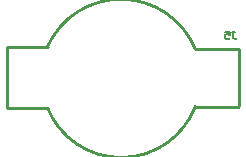
<source format=gbr>
%TF.GenerationSoftware,Altium Limited,Altium Designer,22.5.1 (42)*%
G04 Layer_Color=32896*
%FSLAX45Y45*%
%MOMM*%
%TF.SameCoordinates,BCC7A4F8-9605-4868-ACEC-D28EECC8EA53*%
%TF.FilePolarity,Positive*%
%TF.FileFunction,Legend,Bot*%
%TF.Part,Single*%
G01*
G75*
%TA.AperFunction,NonConductor*%
%ADD111C,0.25400*%
%ADD112C,0.12700*%
D111*
X7012470Y8055550D02*
G03*
X8262470Y8065550I623024J252036D01*
G01*
X8262471Y8555550D02*
G03*
X7012470Y8575550I-629328J-260468D01*
G01*
X6672470D02*
X7012470D01*
X6672470D02*
X6672470Y8055550D01*
X7012470D01*
X8262470Y8555550D02*
X8612470D01*
X8632470D01*
X8262470Y8065550D02*
X8622470D01*
X8632470Y8075550D02*
Y8555550D01*
X8622470Y8065550D02*
X8632470Y8075550D01*
D112*
X8575967Y8701070D02*
X8595960D01*
X8585964D01*
Y8651087D01*
X8595960Y8641090D01*
X8605957D01*
X8615954Y8651087D01*
X8515986Y8701070D02*
X8555973D01*
Y8671080D01*
X8535980Y8681077D01*
X8525983D01*
X8515986Y8671080D01*
Y8651087D01*
X8525983Y8641090D01*
X8545977D01*
X8555973Y8651087D01*
%TF.MD5,e50da27f8875e24365769e0e6f5cefb4*%
M02*

</source>
